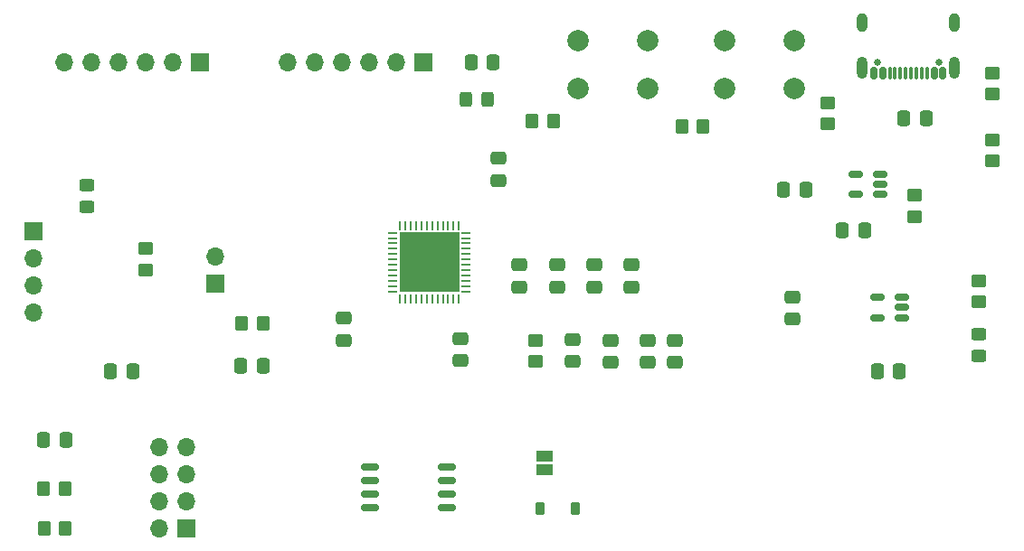
<source format=gbr>
%TF.GenerationSoftware,KiCad,Pcbnew,9.0.7*%
%TF.CreationDate,2026-02-08T16:14:47+05:30*%
%TF.ProjectId,fpga_dev_board,66706761-5f64-4657-965f-626f6172642e,rev?*%
%TF.SameCoordinates,Original*%
%TF.FileFunction,Soldermask,Top*%
%TF.FilePolarity,Negative*%
%FSLAX46Y46*%
G04 Gerber Fmt 4.6, Leading zero omitted, Abs format (unit mm)*
G04 Created by KiCad (PCBNEW 9.0.7) date 2026-02-08 16:14:47*
%MOMM*%
%LPD*%
G01*
G04 APERTURE LIST*
G04 Aperture macros list*
%AMRoundRect*
0 Rectangle with rounded corners*
0 $1 Rounding radius*
0 $2 $3 $4 $5 $6 $7 $8 $9 X,Y pos of 4 corners*
0 Add a 4 corners polygon primitive as box body*
4,1,4,$2,$3,$4,$5,$6,$7,$8,$9,$2,$3,0*
0 Add four circle primitives for the rounded corners*
1,1,$1+$1,$2,$3*
1,1,$1+$1,$4,$5*
1,1,$1+$1,$6,$7*
1,1,$1+$1,$8,$9*
0 Add four rect primitives between the rounded corners*
20,1,$1+$1,$2,$3,$4,$5,0*
20,1,$1+$1,$4,$5,$6,$7,0*
20,1,$1+$1,$6,$7,$8,$9,0*
20,1,$1+$1,$8,$9,$2,$3,0*%
G04 Aperture macros list end*
%ADD10RoundRect,0.250000X-0.475000X0.337500X-0.475000X-0.337500X0.475000X-0.337500X0.475000X0.337500X0*%
%ADD11RoundRect,0.250000X-0.350000X-0.450000X0.350000X-0.450000X0.350000X0.450000X-0.350000X0.450000X0*%
%ADD12RoundRect,0.250000X0.475000X-0.337500X0.475000X0.337500X-0.475000X0.337500X-0.475000X-0.337500X0*%
%ADD13RoundRect,0.250000X0.450000X-0.325000X0.450000X0.325000X-0.450000X0.325000X-0.450000X-0.325000X0*%
%ADD14RoundRect,0.250000X-0.337500X-0.475000X0.337500X-0.475000X0.337500X0.475000X-0.337500X0.475000X0*%
%ADD15RoundRect,0.250000X0.337500X0.475000X-0.337500X0.475000X-0.337500X-0.475000X0.337500X-0.475000X0*%
%ADD16RoundRect,0.250000X-0.450000X0.350000X-0.450000X-0.350000X0.450000X-0.350000X0.450000X0.350000X0*%
%ADD17RoundRect,0.162500X0.650000X0.162500X-0.650000X0.162500X-0.650000X-0.162500X0.650000X-0.162500X0*%
%ADD18RoundRect,0.250000X0.450000X-0.350000X0.450000X0.350000X-0.450000X0.350000X-0.450000X-0.350000X0*%
%ADD19RoundRect,0.250000X-0.325000X-0.450000X0.325000X-0.450000X0.325000X0.450000X-0.325000X0.450000X0*%
%ADD20R,1.700000X1.700000*%
%ADD21O,1.700000X1.700000*%
%ADD22RoundRect,0.225000X-0.225000X-0.375000X0.225000X-0.375000X0.225000X0.375000X-0.225000X0.375000X0*%
%ADD23R,1.500000X1.000000*%
%ADD24C,2.000000*%
%ADD25RoundRect,0.150000X0.512500X0.150000X-0.512500X0.150000X-0.512500X-0.150000X0.512500X-0.150000X0*%
%ADD26RoundRect,0.250000X-0.450000X0.325000X-0.450000X-0.325000X0.450000X-0.325000X0.450000X0.325000X0*%
%ADD27C,0.650000*%
%ADD28RoundRect,0.150000X0.150000X0.425000X-0.150000X0.425000X-0.150000X-0.425000X0.150000X-0.425000X0*%
%ADD29RoundRect,0.075000X0.075000X0.500000X-0.075000X0.500000X-0.075000X-0.500000X0.075000X-0.500000X0*%
%ADD30O,1.000000X2.100000*%
%ADD31O,1.000000X1.800000*%
%ADD32RoundRect,0.062500X-0.375000X-0.062500X0.375000X-0.062500X0.375000X0.062500X-0.375000X0.062500X0*%
%ADD33RoundRect,0.062500X-0.062500X-0.375000X0.062500X-0.375000X0.062500X0.375000X-0.062500X0.375000X0*%
%ADD34R,5.600000X5.600000*%
G04 APERTURE END LIST*
D10*
%TO.C,@P_C16*%
X180500000Y-122075000D03*
X180500000Y-124150000D03*
%TD*%
D11*
%TO.C,R9*%
X142500000Y-120500000D03*
X144500000Y-120500000D03*
%TD*%
D12*
%TO.C,P2_C5*%
X194000000Y-120075000D03*
X194000000Y-118000000D03*
%TD*%
D13*
%TO.C,D5*%
X211476000Y-123525000D03*
X211476000Y-121475000D03*
%TD*%
D12*
%TO.C,@P_C19*%
X173500000Y-124075000D03*
X173500000Y-122000000D03*
%TD*%
D14*
%TO.C,B_C20*%
X163937500Y-96000000D03*
X166012500Y-96000000D03*
%TD*%
D15*
%TO.C,P1_C1*%
X200788500Y-111750000D03*
X198713500Y-111750000D03*
%TD*%
D16*
%TO.C,R2*%
X197301000Y-99800000D03*
X197301000Y-101800000D03*
%TD*%
D11*
%TO.C,B_R10*%
X169675000Y-101500000D03*
X171675000Y-101500000D03*
%TD*%
D12*
%TO.C,@G2_C12*%
X166500000Y-107075000D03*
X166500000Y-105000000D03*
%TD*%
D11*
%TO.C,B_R6*%
X183675000Y-102000000D03*
X185675000Y-102000000D03*
%TD*%
%TO.C,R6*%
X124000000Y-139750000D03*
X126000000Y-139750000D03*
%TD*%
D17*
%TO.C,U4*%
X161687500Y-137790000D03*
X161687500Y-136520000D03*
X161687500Y-135250000D03*
X161687500Y-133980000D03*
X154512500Y-133980000D03*
X154512500Y-135250000D03*
X154512500Y-136520000D03*
X154512500Y-137790000D03*
%TD*%
D18*
%TO.C,@P_R14*%
X169962500Y-124075000D03*
X169962500Y-122075000D03*
%TD*%
D10*
%TO.C,@P_C17*%
X171980000Y-115000000D03*
X171980000Y-117075000D03*
%TD*%
D15*
%TO.C,P1_C2*%
X206563500Y-101250000D03*
X204488500Y-101250000D03*
%TD*%
D18*
%TO.C,L_R1*%
X211501000Y-118500000D03*
X211501000Y-116500000D03*
%TD*%
D15*
%TO.C,B_C21*%
X144500000Y-124500000D03*
X142425000Y-124500000D03*
%TD*%
D18*
%TO.C,R5*%
X212751000Y-105287500D03*
X212751000Y-103287500D03*
%TD*%
D10*
%TO.C,@P_C13*%
X179000000Y-115000000D03*
X179000000Y-117075000D03*
%TD*%
D11*
%TO.C,R3*%
X123962500Y-136000000D03*
X125962500Y-136000000D03*
%TD*%
D18*
%TO.C,R4*%
X212751000Y-99000000D03*
X212751000Y-97000000D03*
%TD*%
D10*
%TO.C,@P_C15*%
X183000000Y-122075000D03*
X183000000Y-124150000D03*
%TD*%
D16*
%TO.C,P1_R7*%
X205501000Y-108500000D03*
X205501000Y-110500000D03*
%TD*%
D14*
%TO.C,C7*%
X123962500Y-131400000D03*
X126037500Y-131400000D03*
%TD*%
D19*
%TO.C,D1*%
X163450000Y-99500000D03*
X165500000Y-99500000D03*
%TD*%
D10*
%TO.C,@P_C18*%
X168470000Y-115000000D03*
X168470000Y-117075000D03*
%TD*%
D20*
%TO.C,J4*%
X159500000Y-96000000D03*
D21*
X156960000Y-96000000D03*
X154420000Y-96000000D03*
X151880000Y-96000000D03*
X149340000Y-96000000D03*
X146800000Y-96000000D03*
%TD*%
D22*
%TO.C,D4*%
X170400000Y-137850000D03*
X173700000Y-137850000D03*
%TD*%
D15*
%TO.C,P2_C4*%
X204063500Y-125000000D03*
X201988500Y-125000000D03*
%TD*%
D23*
%TO.C,JP4*%
X170800000Y-134250000D03*
X170800000Y-132950000D03*
%TD*%
D14*
%TO.C,C11*%
X130212500Y-125000000D03*
X132287500Y-125000000D03*
%TD*%
D12*
%TO.C,@P_C9*%
X177000000Y-124150000D03*
X177000000Y-122075000D03*
%TD*%
D20*
%TO.C,J6*%
X140000000Y-116775000D03*
D21*
X140000000Y-114235000D03*
%TD*%
D24*
%TO.C,SW2*%
X187675000Y-94000000D03*
X194175000Y-94000000D03*
X187675000Y-98500000D03*
X194175000Y-98500000D03*
%TD*%
D20*
%TO.C,J3*%
X137290000Y-139750000D03*
D21*
X134750000Y-139750000D03*
X137290000Y-137210000D03*
X134750000Y-137210000D03*
X137290000Y-134670000D03*
X134750000Y-134670000D03*
X137290000Y-132130000D03*
X134750000Y-132130000D03*
%TD*%
D20*
%TO.C,J5*%
X123000000Y-111880000D03*
D21*
X123000000Y-114420000D03*
X123000000Y-116960000D03*
X123000000Y-119500000D03*
%TD*%
D25*
%TO.C,U3*%
X204275000Y-119950000D03*
X204275000Y-119000000D03*
X204275000Y-118050000D03*
X202000000Y-118050000D03*
X202000000Y-119950000D03*
%TD*%
D10*
%TO.C,C8*%
X163000000Y-121925000D03*
X163000000Y-124000000D03*
%TD*%
D24*
%TO.C,SW1*%
X174000000Y-94000000D03*
X180500000Y-94000000D03*
X174000000Y-98500000D03*
X180500000Y-98500000D03*
%TD*%
D26*
%TO.C,D3*%
X128000000Y-107500000D03*
X128000000Y-109550000D03*
%TD*%
D27*
%TO.C,J1*%
X207781000Y-96000000D03*
X202001000Y-96000000D03*
D28*
X208091000Y-97075000D03*
X207291000Y-97075000D03*
D29*
X206141000Y-97075000D03*
X205141000Y-97075000D03*
X204641000Y-97075000D03*
X203641000Y-97075000D03*
D28*
X202491000Y-97075000D03*
X201691000Y-97075000D03*
X201691000Y-97075000D03*
X202491000Y-97075000D03*
D29*
X203141000Y-97075000D03*
X204141000Y-97075000D03*
X205641000Y-97075000D03*
X206641000Y-97075000D03*
D28*
X207291000Y-97075000D03*
X208091000Y-97075000D03*
D30*
X209211000Y-96500000D03*
D31*
X209211000Y-92320000D03*
D30*
X200571000Y-96500000D03*
D31*
X200571000Y-92320000D03*
%TD*%
D32*
%TO.C,U1*%
X156625000Y-112000000D03*
X156625000Y-112500000D03*
X156625000Y-113000000D03*
X156625000Y-113500000D03*
X156625000Y-114000000D03*
X156625000Y-114500000D03*
X156625000Y-115000000D03*
X156625000Y-115500000D03*
X156625000Y-116000000D03*
X156625000Y-116500000D03*
X156625000Y-117000000D03*
X156625000Y-117500000D03*
D33*
X157312500Y-118187500D03*
X157812500Y-118187500D03*
X158312500Y-118187500D03*
X158812500Y-118187500D03*
X159312500Y-118187500D03*
X159812500Y-118187500D03*
X160312500Y-118187500D03*
X160812500Y-118187500D03*
X161312500Y-118187500D03*
X161812500Y-118187500D03*
X162312500Y-118187500D03*
X162812500Y-118187500D03*
D32*
X163500000Y-117500000D03*
X163500000Y-117000000D03*
X163500000Y-116500000D03*
X163500000Y-116000000D03*
X163500000Y-115500000D03*
X163500000Y-115000000D03*
X163500000Y-114500000D03*
X163500000Y-114000000D03*
X163500000Y-113500000D03*
X163500000Y-113000000D03*
X163500000Y-112500000D03*
X163500000Y-112000000D03*
D33*
X162812500Y-111312500D03*
X162312500Y-111312500D03*
X161812500Y-111312500D03*
X161312500Y-111312500D03*
X160812500Y-111312500D03*
X160312500Y-111312500D03*
X159812500Y-111312500D03*
X159312500Y-111312500D03*
X158812500Y-111312500D03*
X158312500Y-111312500D03*
X157812500Y-111312500D03*
X157312500Y-111312500D03*
D34*
X160062500Y-114750000D03*
%TD*%
D20*
%TO.C,J2*%
X138540000Y-96000000D03*
D21*
X136000000Y-96000000D03*
X133460000Y-96000000D03*
X130920000Y-96000000D03*
X128380000Y-96000000D03*
X125840000Y-96000000D03*
%TD*%
D10*
%TO.C,@P_C14*%
X175490000Y-115000000D03*
X175490000Y-117075000D03*
%TD*%
D16*
%TO.C,L_R13*%
X133500000Y-113500000D03*
X133500000Y-115500000D03*
%TD*%
D10*
%TO.C,@G1_C6*%
X152000000Y-120000000D03*
X152000000Y-122075000D03*
%TD*%
D25*
%TO.C,U2*%
X202275000Y-108400000D03*
X202275000Y-107450000D03*
X202275000Y-106500000D03*
X200000000Y-106500000D03*
X200000000Y-108400000D03*
%TD*%
D15*
%TO.C,P1_C3*%
X195288500Y-108000000D03*
X193213500Y-108000000D03*
%TD*%
M02*

</source>
